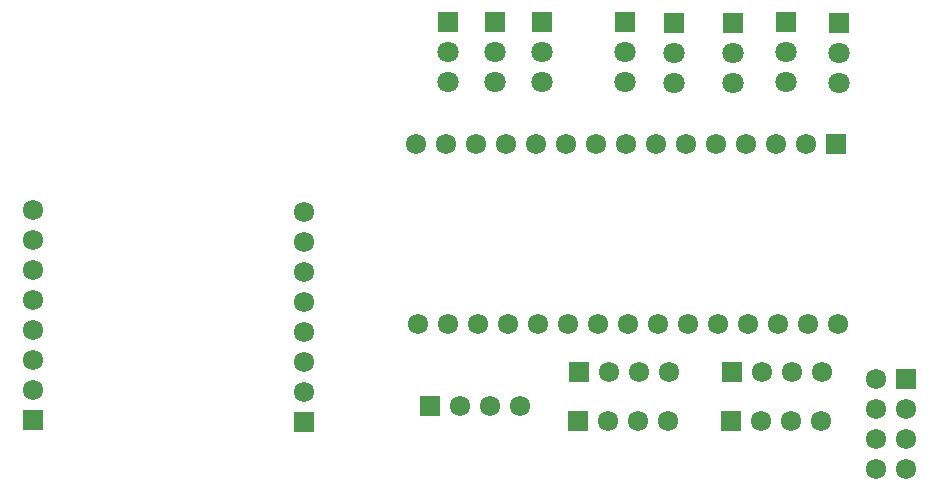
<source format=gbs>
G04*
G04 #@! TF.GenerationSoftware,Altium Limited,Altium Designer,21.3.2 (30)*
G04*
G04 Layer_Color=16711935*
%FSTAX24Y24*%
%MOIN*%
G70*
G04*
G04 #@! TF.SameCoordinates,0193B93B-ADE4-4E0C-A68A-37D7C30EBFC0*
G04*
G04*
G04 #@! TF.FilePolarity,Negative*
G04*
G01*
G75*
%ADD16C,0.0678*%
%ADD17R,0.0678X0.0678*%
%ADD18R,0.0678X0.0678*%
%ADD19C,0.0710*%
%ADD20R,0.0710X0.0710*%
D16*
X034123Y04478D02*
D03*
X033123D02*
D03*
X031123D02*
D03*
X030123D02*
D03*
X029123D02*
D03*
X028123D02*
D03*
X027123D02*
D03*
X026123D02*
D03*
X025123D02*
D03*
X032123D02*
D03*
X035123D02*
D03*
X036123D02*
D03*
X037123D02*
D03*
X038123D02*
D03*
X039173Y03878D02*
D03*
X038173D02*
D03*
X037173D02*
D03*
X036173D02*
D03*
X035173D02*
D03*
X032173D02*
D03*
X025173D02*
D03*
X026173D02*
D03*
X027173D02*
D03*
X028173D02*
D03*
X029173D02*
D03*
X030173D02*
D03*
X031173D02*
D03*
X033173D02*
D03*
X034173D02*
D03*
X040445Y036933D02*
D03*
Y035933D02*
D03*
Y034933D02*
D03*
Y033933D02*
D03*
X041445D02*
D03*
Y034933D02*
D03*
Y035933D02*
D03*
X036634Y035551D02*
D03*
X037634D02*
D03*
X038634D02*
D03*
X031552Y037183D02*
D03*
X032552D02*
D03*
X033552D02*
D03*
X036638D02*
D03*
X037638D02*
D03*
X038638D02*
D03*
X031524Y035551D02*
D03*
X032524D02*
D03*
X033524D02*
D03*
X028575Y036024D02*
D03*
X027575D02*
D03*
X026575D02*
D03*
X021388Y041511D02*
D03*
Y042511D02*
D03*
Y040511D02*
D03*
Y039511D02*
D03*
Y038511D02*
D03*
Y037511D02*
D03*
Y036511D02*
D03*
X012338Y042561D02*
D03*
Y040561D02*
D03*
Y039561D02*
D03*
Y038561D02*
D03*
Y037561D02*
D03*
Y036561D02*
D03*
Y041561D02*
D03*
D17*
X039123Y04478D02*
D03*
X035634Y035551D02*
D03*
X030552Y037183D02*
D03*
X035638D02*
D03*
X030524Y035551D02*
D03*
X025575Y036024D02*
D03*
D18*
X041445Y036933D02*
D03*
X012338Y035561D02*
D03*
X021388Y035511D02*
D03*
D19*
X026181Y046835D02*
D03*
Y047835D02*
D03*
X027756Y046835D02*
D03*
Y047835D02*
D03*
X029331Y046835D02*
D03*
Y047835D02*
D03*
X032087Y046835D02*
D03*
Y047835D02*
D03*
X033717Y046813D02*
D03*
Y047813D02*
D03*
X035685Y046813D02*
D03*
Y047813D02*
D03*
X037457Y046829D02*
D03*
Y047829D02*
D03*
X039229Y046813D02*
D03*
Y047813D02*
D03*
D20*
X026181Y048835D02*
D03*
X027756D02*
D03*
X029331D02*
D03*
X032087D02*
D03*
X033717Y048813D02*
D03*
X035685D02*
D03*
X037457Y048829D02*
D03*
X039229Y048813D02*
D03*
M02*

</source>
